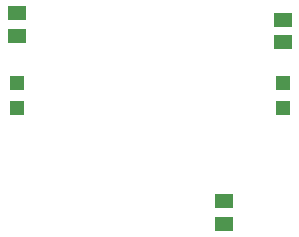
<source format=gtp>
G75*
%MOIN*%
%OFA0B0*%
%FSLAX24Y24*%
%IPPOS*%
%LPD*%
%AMOC8*
5,1,8,0,0,1.08239X$1,22.5*
%
%ADD10R,0.0591X0.0512*%
%ADD11R,0.0630X0.0512*%
%ADD12R,0.0472X0.0472*%
D10*
X008590Y001692D03*
X008590Y002440D03*
D11*
X010543Y007736D03*
X010543Y008484D03*
X001677Y008704D03*
X001677Y007956D03*
D12*
X001677Y005555D03*
X001677Y006381D03*
X010555Y006374D03*
X010555Y005547D03*
M02*

</source>
